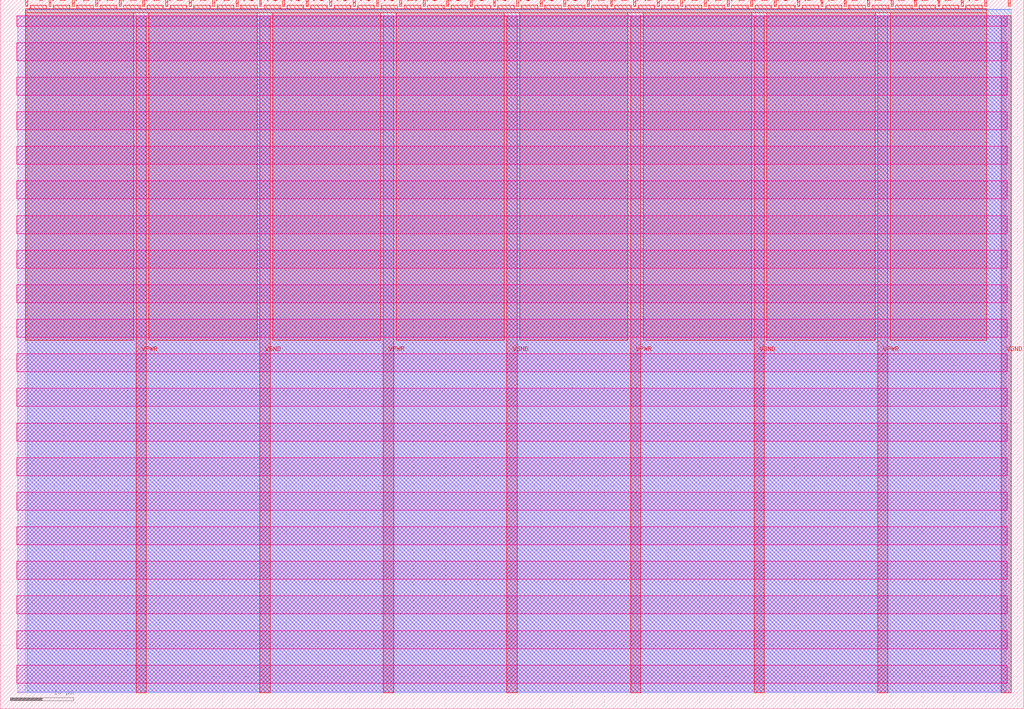
<source format=lef>
VERSION 5.7 ;
  NOWIREEXTENSIONATPIN ON ;
  DIVIDERCHAR "/" ;
  BUSBITCHARS "[]" ;
MACRO tt_um_noritsuna_i4004
  CLASS BLOCK ;
  FOREIGN tt_um_noritsuna_i4004 ;
  ORIGIN 0.000 0.000 ;
  SIZE 161.000 BY 111.520 ;
  PIN VGND
    DIRECTION INOUT ;
    USE GROUND ;
    PORT
      LAYER met4 ;
        RECT 40.830 2.480 42.430 109.040 ;
    END
    PORT
      LAYER met4 ;
        RECT 79.700 2.480 81.300 109.040 ;
    END
    PORT
      LAYER met4 ;
        RECT 118.570 2.480 120.170 109.040 ;
    END
    PORT
      LAYER met4 ;
        RECT 157.440 2.480 159.040 109.040 ;
    END
  END VGND
  PIN VPWR
    DIRECTION INOUT ;
    USE POWER ;
    PORT
      LAYER met4 ;
        RECT 21.395 2.480 22.995 109.040 ;
    END
    PORT
      LAYER met4 ;
        RECT 60.265 2.480 61.865 109.040 ;
    END
    PORT
      LAYER met4 ;
        RECT 99.135 2.480 100.735 109.040 ;
    END
    PORT
      LAYER met4 ;
        RECT 138.005 2.480 139.605 109.040 ;
    END
  END VPWR
  PIN clk
    DIRECTION INPUT ;
    USE SIGNAL ;
    ANTENNAGATEAREA 0.852000 ;
    PORT
      LAYER met4 ;
        RECT 154.870 110.520 155.170 111.520 ;
    END
  END clk
  PIN ena
    DIRECTION INPUT ;
    USE SIGNAL ;
    PORT
      LAYER met4 ;
        RECT 158.550 110.520 158.850 111.520 ;
    END
  END ena
  PIN rst_n
    DIRECTION INPUT ;
    USE SIGNAL ;
    PORT
      LAYER met4 ;
        RECT 151.190 110.520 151.490 111.520 ;
    END
  END rst_n
  PIN ui_in[0]
    DIRECTION INPUT ;
    USE SIGNAL ;
    PORT
      LAYER met4 ;
        RECT 147.510 110.520 147.810 111.520 ;
    END
  END ui_in[0]
  PIN ui_in[1]
    DIRECTION INPUT ;
    USE SIGNAL ;
    PORT
      LAYER met4 ;
        RECT 143.830 110.520 144.130 111.520 ;
    END
  END ui_in[1]
  PIN ui_in[2]
    DIRECTION INPUT ;
    USE SIGNAL ;
    PORT
      LAYER met4 ;
        RECT 140.150 110.520 140.450 111.520 ;
    END
  END ui_in[2]
  PIN ui_in[3]
    DIRECTION INPUT ;
    USE SIGNAL ;
    PORT
      LAYER met4 ;
        RECT 136.470 110.520 136.770 111.520 ;
    END
  END ui_in[3]
  PIN ui_in[4]
    DIRECTION INPUT ;
    USE SIGNAL ;
    ANTENNAGATEAREA 0.213000 ;
    PORT
      LAYER met4 ;
        RECT 132.790 110.520 133.090 111.520 ;
    END
  END ui_in[4]
  PIN ui_in[5]
    DIRECTION INPUT ;
    USE SIGNAL ;
    ANTENNAGATEAREA 0.159000 ;
    PORT
      LAYER met4 ;
        RECT 129.110 110.520 129.410 111.520 ;
    END
  END ui_in[5]
  PIN ui_in[6]
    DIRECTION INPUT ;
    USE SIGNAL ;
    ANTENNAGATEAREA 0.196500 ;
    PORT
      LAYER met4 ;
        RECT 125.430 110.520 125.730 111.520 ;
    END
  END ui_in[6]
  PIN ui_in[7]
    DIRECTION INPUT ;
    USE SIGNAL ;
    PORT
      LAYER met4 ;
        RECT 121.750 110.520 122.050 111.520 ;
    END
  END ui_in[7]
  PIN uio_in[0]
    DIRECTION INPUT ;
    USE SIGNAL ;
    PORT
      LAYER met4 ;
        RECT 118.070 110.520 118.370 111.520 ;
    END
  END uio_in[0]
  PIN uio_in[1]
    DIRECTION INPUT ;
    USE SIGNAL ;
    PORT
      LAYER met4 ;
        RECT 114.390 110.520 114.690 111.520 ;
    END
  END uio_in[1]
  PIN uio_in[2]
    DIRECTION INPUT ;
    USE SIGNAL ;
    PORT
      LAYER met4 ;
        RECT 110.710 110.520 111.010 111.520 ;
    END
  END uio_in[2]
  PIN uio_in[3]
    DIRECTION INPUT ;
    USE SIGNAL ;
    PORT
      LAYER met4 ;
        RECT 107.030 110.520 107.330 111.520 ;
    END
  END uio_in[3]
  PIN uio_in[4]
    DIRECTION INPUT ;
    USE SIGNAL ;
    PORT
      LAYER met4 ;
        RECT 103.350 110.520 103.650 111.520 ;
    END
  END uio_in[4]
  PIN uio_in[5]
    DIRECTION INPUT ;
    USE SIGNAL ;
    PORT
      LAYER met4 ;
        RECT 99.670 110.520 99.970 111.520 ;
    END
  END uio_in[5]
  PIN uio_in[6]
    DIRECTION INPUT ;
    USE SIGNAL ;
    PORT
      LAYER met4 ;
        RECT 95.990 110.520 96.290 111.520 ;
    END
  END uio_in[6]
  PIN uio_in[7]
    DIRECTION INPUT ;
    USE SIGNAL ;
    PORT
      LAYER met4 ;
        RECT 92.310 110.520 92.610 111.520 ;
    END
  END uio_in[7]
  PIN uio_oe[0]
    DIRECTION OUTPUT TRISTATE ;
    USE SIGNAL ;
    PORT
      LAYER met4 ;
        RECT 29.750 110.520 30.050 111.520 ;
    END
  END uio_oe[0]
  PIN uio_oe[1]
    DIRECTION OUTPUT TRISTATE ;
    USE SIGNAL ;
    PORT
      LAYER met4 ;
        RECT 26.070 110.520 26.370 111.520 ;
    END
  END uio_oe[1]
  PIN uio_oe[2]
    DIRECTION OUTPUT TRISTATE ;
    USE SIGNAL ;
    PORT
      LAYER met4 ;
        RECT 22.390 110.520 22.690 111.520 ;
    END
  END uio_oe[2]
  PIN uio_oe[3]
    DIRECTION OUTPUT TRISTATE ;
    USE SIGNAL ;
    PORT
      LAYER met4 ;
        RECT 18.710 110.520 19.010 111.520 ;
    END
  END uio_oe[3]
  PIN uio_oe[4]
    DIRECTION OUTPUT TRISTATE ;
    USE SIGNAL ;
    PORT
      LAYER met4 ;
        RECT 15.030 110.520 15.330 111.520 ;
    END
  END uio_oe[4]
  PIN uio_oe[5]
    DIRECTION OUTPUT TRISTATE ;
    USE SIGNAL ;
    PORT
      LAYER met4 ;
        RECT 11.350 110.520 11.650 111.520 ;
    END
  END uio_oe[5]
  PIN uio_oe[6]
    DIRECTION OUTPUT TRISTATE ;
    USE SIGNAL ;
    PORT
      LAYER met4 ;
        RECT 7.670 110.520 7.970 111.520 ;
    END
  END uio_oe[6]
  PIN uio_oe[7]
    DIRECTION OUTPUT TRISTATE ;
    USE SIGNAL ;
    PORT
      LAYER met4 ;
        RECT 3.990 110.520 4.290 111.520 ;
    END
  END uio_oe[7]
  PIN uio_out[0]
    DIRECTION OUTPUT TRISTATE ;
    USE SIGNAL ;
    ANTENNADIFFAREA 0.445500 ;
    PORT
      LAYER met4 ;
        RECT 59.190 110.520 59.490 111.520 ;
    END
  END uio_out[0]
  PIN uio_out[1]
    DIRECTION OUTPUT TRISTATE ;
    USE SIGNAL ;
    ANTENNADIFFAREA 0.445500 ;
    PORT
      LAYER met4 ;
        RECT 55.510 110.520 55.810 111.520 ;
    END
  END uio_out[1]
  PIN uio_out[2]
    DIRECTION OUTPUT TRISTATE ;
    USE SIGNAL ;
    ANTENNADIFFAREA 0.445500 ;
    PORT
      LAYER met4 ;
        RECT 51.830 110.520 52.130 111.520 ;
    END
  END uio_out[2]
  PIN uio_out[3]
    DIRECTION OUTPUT TRISTATE ;
    USE SIGNAL ;
    ANTENNADIFFAREA 0.445500 ;
    PORT
      LAYER met4 ;
        RECT 48.150 110.520 48.450 111.520 ;
    END
  END uio_out[3]
  PIN uio_out[4]
    DIRECTION OUTPUT TRISTATE ;
    USE SIGNAL ;
    PORT
      LAYER met4 ;
        RECT 44.470 110.520 44.770 111.520 ;
    END
  END uio_out[4]
  PIN uio_out[5]
    DIRECTION OUTPUT TRISTATE ;
    USE SIGNAL ;
    PORT
      LAYER met4 ;
        RECT 40.790 110.520 41.090 111.520 ;
    END
  END uio_out[5]
  PIN uio_out[6]
    DIRECTION OUTPUT TRISTATE ;
    USE SIGNAL ;
    PORT
      LAYER met4 ;
        RECT 37.110 110.520 37.410 111.520 ;
    END
  END uio_out[6]
  PIN uio_out[7]
    DIRECTION OUTPUT TRISTATE ;
    USE SIGNAL ;
    PORT
      LAYER met4 ;
        RECT 33.430 110.520 33.730 111.520 ;
    END
  END uio_out[7]
  PIN uo_out[0]
    DIRECTION OUTPUT TRISTATE ;
    USE SIGNAL ;
    ANTENNADIFFAREA 0.445500 ;
    PORT
      LAYER met4 ;
        RECT 88.630 110.520 88.930 111.520 ;
    END
  END uo_out[0]
  PIN uo_out[1]
    DIRECTION OUTPUT TRISTATE ;
    USE SIGNAL ;
    ANTENNADIFFAREA 0.445500 ;
    PORT
      LAYER met4 ;
        RECT 84.950 110.520 85.250 111.520 ;
    END
  END uo_out[1]
  PIN uo_out[2]
    DIRECTION OUTPUT TRISTATE ;
    USE SIGNAL ;
    ANTENNADIFFAREA 0.795200 ;
    PORT
      LAYER met4 ;
        RECT 81.270 110.520 81.570 111.520 ;
    END
  END uo_out[2]
  PIN uo_out[3]
    DIRECTION OUTPUT TRISTATE ;
    USE SIGNAL ;
    ANTENNADIFFAREA 0.445500 ;
    PORT
      LAYER met4 ;
        RECT 77.590 110.520 77.890 111.520 ;
    END
  END uo_out[3]
  PIN uo_out[4]
    DIRECTION OUTPUT TRISTATE ;
    USE SIGNAL ;
    ANTENNADIFFAREA 0.795200 ;
    PORT
      LAYER met4 ;
        RECT 73.910 110.520 74.210 111.520 ;
    END
  END uo_out[4]
  PIN uo_out[5]
    DIRECTION OUTPUT TRISTATE ;
    USE SIGNAL ;
    ANTENNADIFFAREA 0.445500 ;
    PORT
      LAYER met4 ;
        RECT 70.230 110.520 70.530 111.520 ;
    END
  END uo_out[5]
  PIN uo_out[6]
    DIRECTION OUTPUT TRISTATE ;
    USE SIGNAL ;
    PORT
      LAYER met4 ;
        RECT 66.550 110.520 66.850 111.520 ;
    END
  END uo_out[6]
  PIN uo_out[7]
    DIRECTION OUTPUT TRISTATE ;
    USE SIGNAL ;
    PORT
      LAYER met4 ;
        RECT 62.870 110.520 63.170 111.520 ;
    END
  END uo_out[7]
  OBS
      LAYER nwell ;
        RECT 2.570 107.385 158.430 108.990 ;
        RECT 2.570 101.945 158.430 104.775 ;
        RECT 2.570 96.505 158.430 99.335 ;
        RECT 2.570 91.065 158.430 93.895 ;
        RECT 2.570 85.625 158.430 88.455 ;
        RECT 2.570 80.185 158.430 83.015 ;
        RECT 2.570 74.745 158.430 77.575 ;
        RECT 2.570 69.305 158.430 72.135 ;
        RECT 2.570 63.865 158.430 66.695 ;
        RECT 2.570 58.425 158.430 61.255 ;
        RECT 2.570 52.985 158.430 55.815 ;
        RECT 2.570 47.545 158.430 50.375 ;
        RECT 2.570 42.105 158.430 44.935 ;
        RECT 2.570 36.665 158.430 39.495 ;
        RECT 2.570 31.225 158.430 34.055 ;
        RECT 2.570 25.785 158.430 28.615 ;
        RECT 2.570 20.345 158.430 23.175 ;
        RECT 2.570 14.905 158.430 17.735 ;
        RECT 2.570 9.465 158.430 12.295 ;
        RECT 2.570 4.025 158.430 6.855 ;
      LAYER li1 ;
        RECT 2.760 2.635 158.240 108.885 ;
      LAYER met1 ;
        RECT 2.760 2.480 159.040 109.040 ;
      LAYER met2 ;
        RECT 4.230 2.535 159.010 110.005 ;
      LAYER met3 ;
        RECT 3.950 2.555 159.030 109.985 ;
      LAYER met4 ;
        RECT 4.690 110.120 7.270 110.650 ;
        RECT 8.370 110.120 10.950 110.650 ;
        RECT 12.050 110.120 14.630 110.650 ;
        RECT 15.730 110.120 18.310 110.650 ;
        RECT 19.410 110.120 21.990 110.650 ;
        RECT 23.090 110.120 25.670 110.650 ;
        RECT 26.770 110.120 29.350 110.650 ;
        RECT 30.450 110.120 33.030 110.650 ;
        RECT 34.130 110.120 36.710 110.650 ;
        RECT 37.810 110.120 40.390 110.650 ;
        RECT 41.490 110.120 44.070 110.650 ;
        RECT 45.170 110.120 47.750 110.650 ;
        RECT 48.850 110.120 51.430 110.650 ;
        RECT 52.530 110.120 55.110 110.650 ;
        RECT 56.210 110.120 58.790 110.650 ;
        RECT 59.890 110.120 62.470 110.650 ;
        RECT 63.570 110.120 66.150 110.650 ;
        RECT 67.250 110.120 69.830 110.650 ;
        RECT 70.930 110.120 73.510 110.650 ;
        RECT 74.610 110.120 77.190 110.650 ;
        RECT 78.290 110.120 80.870 110.650 ;
        RECT 81.970 110.120 84.550 110.650 ;
        RECT 85.650 110.120 88.230 110.650 ;
        RECT 89.330 110.120 91.910 110.650 ;
        RECT 93.010 110.120 95.590 110.650 ;
        RECT 96.690 110.120 99.270 110.650 ;
        RECT 100.370 110.120 102.950 110.650 ;
        RECT 104.050 110.120 106.630 110.650 ;
        RECT 107.730 110.120 110.310 110.650 ;
        RECT 111.410 110.120 113.990 110.650 ;
        RECT 115.090 110.120 117.670 110.650 ;
        RECT 118.770 110.120 121.350 110.650 ;
        RECT 122.450 110.120 125.030 110.650 ;
        RECT 126.130 110.120 128.710 110.650 ;
        RECT 129.810 110.120 132.390 110.650 ;
        RECT 133.490 110.120 136.070 110.650 ;
        RECT 137.170 110.120 139.750 110.650 ;
        RECT 140.850 110.120 143.430 110.650 ;
        RECT 144.530 110.120 147.110 110.650 ;
        RECT 148.210 110.120 150.790 110.650 ;
        RECT 151.890 110.120 154.470 110.650 ;
        RECT 3.975 109.440 155.185 110.120 ;
        RECT 3.975 57.975 20.995 109.440 ;
        RECT 23.395 57.975 40.430 109.440 ;
        RECT 42.830 57.975 59.865 109.440 ;
        RECT 62.265 57.975 79.300 109.440 ;
        RECT 81.700 57.975 98.735 109.440 ;
        RECT 101.135 57.975 118.170 109.440 ;
        RECT 120.570 57.975 137.605 109.440 ;
        RECT 140.005 57.975 155.185 109.440 ;
  END
END tt_um_noritsuna_i4004
END LIBRARY


</source>
